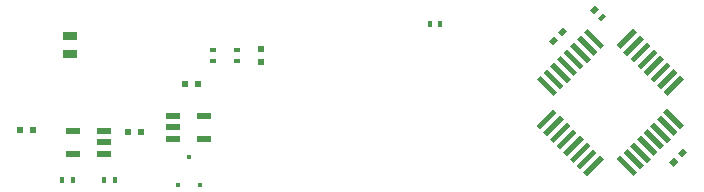
<source format=gtp>
%FSLAX46Y46*%
G04 Gerber Fmt 4.6, Leading zero omitted, Abs format (unit mm)*
G04 Created by KiCad (PCBNEW (2014-10-27 BZR 5228)-product) date 4/17/2015 7:43:11 PM*
%MOMM*%
G01*
G04 APERTURE LIST*
%ADD10C,0.100000*%
%ADD11R,0.400000X0.450000*%
%ADD12R,1.143000X0.635000*%
%ADD13R,0.600000X0.500000*%
%ADD14R,0.500000X0.600000*%
%ADD15R,0.400000X0.600000*%
%ADD16R,0.600000X0.400000*%
%ADD17R,1.198880X0.548640*%
G04 APERTURE END LIST*
D10*
G36*
X65035094Y-14563025D02*
X64717193Y-14880926D01*
X63303700Y-13467433D01*
X63621601Y-13149532D01*
X65035094Y-14563025D01*
X65035094Y-14563025D01*
G37*
G36*
X64469338Y-15128781D02*
X64151437Y-15446682D01*
X62737944Y-14033189D01*
X63055845Y-13715288D01*
X64469338Y-15128781D01*
X64469338Y-15128781D01*
G37*
G36*
X63903582Y-15694537D02*
X63585681Y-16012438D01*
X62172188Y-14598945D01*
X62490089Y-14281044D01*
X63903582Y-15694537D01*
X63903582Y-15694537D01*
G37*
G36*
X63337826Y-16260294D02*
X63019925Y-16578195D01*
X61606432Y-15164702D01*
X61924333Y-14846801D01*
X63337826Y-16260294D01*
X63337826Y-16260294D01*
G37*
G36*
X62772070Y-16826050D02*
X62454169Y-17143951D01*
X61040676Y-15730458D01*
X61358577Y-15412557D01*
X62772070Y-16826050D01*
X62772070Y-16826050D01*
G37*
G36*
X62206313Y-17391806D02*
X61888412Y-17709707D01*
X60474919Y-16296214D01*
X60792820Y-15978313D01*
X62206313Y-17391806D01*
X62206313Y-17391806D01*
G37*
G36*
X61640557Y-17957562D02*
X61322656Y-18275463D01*
X59909163Y-16861970D01*
X60227064Y-16544069D01*
X61640557Y-17957562D01*
X61640557Y-17957562D01*
G37*
G36*
X61074801Y-18523318D02*
X60756900Y-18841219D01*
X59343407Y-17427726D01*
X59661308Y-17109825D01*
X61074801Y-18523318D01*
X61074801Y-18523318D01*
G37*
G36*
X54314464Y-11755797D02*
X53996563Y-12073698D01*
X52583070Y-10660205D01*
X52900971Y-10342304D01*
X54314464Y-11755797D01*
X54314464Y-11755797D01*
G37*
G36*
X58283738Y-7786524D02*
X57965837Y-8104425D01*
X56552344Y-6690932D01*
X56870245Y-6373031D01*
X58283738Y-7786524D01*
X58283738Y-7786524D01*
G37*
G36*
X57709001Y-8361260D02*
X57391100Y-8679161D01*
X55977607Y-7265668D01*
X56295508Y-6947767D01*
X57709001Y-8361260D01*
X57709001Y-8361260D01*
G37*
G36*
X57134265Y-8935997D02*
X56816364Y-9253898D01*
X55402871Y-7840405D01*
X55720772Y-7522504D01*
X57134265Y-8935997D01*
X57134265Y-8935997D01*
G37*
G36*
X56577489Y-9492773D02*
X56259588Y-9810674D01*
X54846095Y-8397181D01*
X55163996Y-8079280D01*
X56577489Y-9492773D01*
X56577489Y-9492773D01*
G37*
G36*
X56002753Y-10067509D02*
X55684852Y-10385410D01*
X54271359Y-8971917D01*
X54589260Y-8654016D01*
X56002753Y-10067509D01*
X56002753Y-10067509D01*
G37*
G36*
X55445977Y-10624285D02*
X55128076Y-10942186D01*
X53714583Y-9528693D01*
X54032484Y-9210792D01*
X55445977Y-10624285D01*
X55445977Y-10624285D01*
G37*
G36*
X54871240Y-11199021D02*
X54553339Y-11516922D01*
X53139846Y-10103429D01*
X53457747Y-9785528D01*
X54871240Y-11199021D01*
X54871240Y-11199021D01*
G37*
G36*
X58251409Y-17434910D02*
X56837916Y-18848403D01*
X56520015Y-18530502D01*
X57933508Y-17117009D01*
X58251409Y-17434910D01*
X58251409Y-17434910D01*
G37*
G36*
X57687449Y-16870950D02*
X56273956Y-18284443D01*
X55956055Y-17966542D01*
X57369548Y-16553049D01*
X57687449Y-16870950D01*
X57687449Y-16870950D01*
G37*
G36*
X57119896Y-16303398D02*
X55706403Y-17716891D01*
X55388502Y-17398990D01*
X56801995Y-15985497D01*
X57119896Y-16303398D01*
X57119896Y-16303398D01*
G37*
G36*
X56555936Y-15739438D02*
X55142443Y-17152931D01*
X54824542Y-16835030D01*
X56238035Y-15421537D01*
X56555936Y-15739438D01*
X56555936Y-15739438D01*
G37*
G36*
X55988384Y-15171886D02*
X54574891Y-16585379D01*
X54256990Y-16267478D01*
X55670483Y-14853985D01*
X55988384Y-15171886D01*
X55988384Y-15171886D01*
G37*
G36*
X55424424Y-14607926D02*
X54010931Y-16021419D01*
X53693030Y-15703518D01*
X55106523Y-14290025D01*
X55424424Y-14607926D01*
X55424424Y-14607926D01*
G37*
G36*
X54856872Y-14040373D02*
X53443379Y-15453866D01*
X53125478Y-15135965D01*
X54538971Y-13722472D01*
X54856872Y-14040373D01*
X54856872Y-14040373D01*
G37*
G36*
X54292912Y-13476413D02*
X52879419Y-14889906D01*
X52561518Y-14572005D01*
X53975011Y-13158512D01*
X54292912Y-13476413D01*
X54292912Y-13476413D01*
G37*
G36*
X65036890Y-10642245D02*
X63623397Y-12055738D01*
X63305496Y-11737837D01*
X64718989Y-10324344D01*
X65036890Y-10642245D01*
X65036890Y-10642245D01*
G37*
G36*
X64480114Y-10085469D02*
X63066621Y-11498962D01*
X62748720Y-11181061D01*
X64162213Y-9767568D01*
X64480114Y-10085469D01*
X64480114Y-10085469D01*
G37*
G36*
X63905378Y-9510732D02*
X62491885Y-10924225D01*
X62173984Y-10606324D01*
X63587477Y-9192831D01*
X63905378Y-9510732D01*
X63905378Y-9510732D01*
G37*
G36*
X63348602Y-8953956D02*
X61935109Y-10367449D01*
X61617208Y-10049548D01*
X63030701Y-8636055D01*
X63348602Y-8953956D01*
X63348602Y-8953956D01*
G37*
G36*
X62791826Y-8397181D02*
X61378333Y-9810674D01*
X61060432Y-9492773D01*
X62473925Y-8079280D01*
X62791826Y-8397181D01*
X62791826Y-8397181D01*
G37*
G36*
X62217090Y-7822444D02*
X60803597Y-9235937D01*
X60485696Y-8918036D01*
X61899189Y-7504543D01*
X62217090Y-7822444D01*
X62217090Y-7822444D01*
G37*
G36*
X61642353Y-7247708D02*
X60228860Y-8661201D01*
X59910959Y-8343300D01*
X61324452Y-6929807D01*
X61642353Y-7247708D01*
X61642353Y-7247708D01*
G37*
G36*
X61067617Y-6672971D02*
X59654124Y-8086464D01*
X59336223Y-7768563D01*
X60749716Y-6355070D01*
X61067617Y-6672971D01*
X61067617Y-6672971D01*
G37*
D11*
X22164000Y-19590000D03*
X24064000Y-19590000D03*
X23114000Y-17240000D03*
D12*
X13081000Y-6985000D03*
X13081000Y-8509000D03*
D10*
G36*
X54780264Y-6207182D02*
X55133818Y-6560736D01*
X54709554Y-6985000D01*
X54356000Y-6631446D01*
X54780264Y-6207182D01*
X54780264Y-6207182D01*
G37*
G36*
X54002446Y-6985000D02*
X54356000Y-7338554D01*
X53931736Y-7762818D01*
X53578182Y-7409264D01*
X54002446Y-6985000D01*
X54002446Y-6985000D01*
G37*
D13*
X17992000Y-15113000D03*
X19092000Y-15113000D03*
X23918000Y-11049000D03*
X22818000Y-11049000D03*
X9948000Y-14986000D03*
X8848000Y-14986000D03*
D10*
G36*
X64940264Y-16494182D02*
X65293818Y-16847736D01*
X64869554Y-17272000D01*
X64516000Y-16918446D01*
X64940264Y-16494182D01*
X64940264Y-16494182D01*
G37*
G36*
X64162446Y-17272000D02*
X64516000Y-17625554D01*
X64091736Y-18049818D01*
X63738182Y-17696264D01*
X64162446Y-17272000D01*
X64162446Y-17272000D01*
G37*
D14*
X29210000Y-9186000D03*
X29210000Y-8086000D03*
D10*
G36*
X58456751Y-5327487D02*
X58032487Y-5751751D01*
X57749645Y-5468909D01*
X58173909Y-5044645D01*
X58456751Y-5327487D01*
X58456751Y-5327487D01*
G37*
G36*
X57820355Y-4691091D02*
X57396091Y-5115355D01*
X57113249Y-4832513D01*
X57537513Y-4408249D01*
X57820355Y-4691091D01*
X57820355Y-4691091D01*
G37*
D15*
X12377000Y-19177000D03*
X13277000Y-19177000D03*
D16*
X25146000Y-8186000D03*
X25146000Y-9086000D03*
X27178000Y-9086000D03*
X27178000Y-8186000D03*
D15*
X16833000Y-19177000D03*
X15933000Y-19177000D03*
D17*
X21816060Y-13782040D03*
X21816060Y-14732000D03*
X21816060Y-15681960D03*
X24411940Y-15681960D03*
X24411940Y-13782040D03*
X15902940Y-16951960D03*
X15902940Y-16002000D03*
X15902940Y-15052040D03*
X13307060Y-15052040D03*
X13307060Y-16951960D03*
D15*
X43492000Y-5969000D03*
X44392000Y-5969000D03*
M02*

</source>
